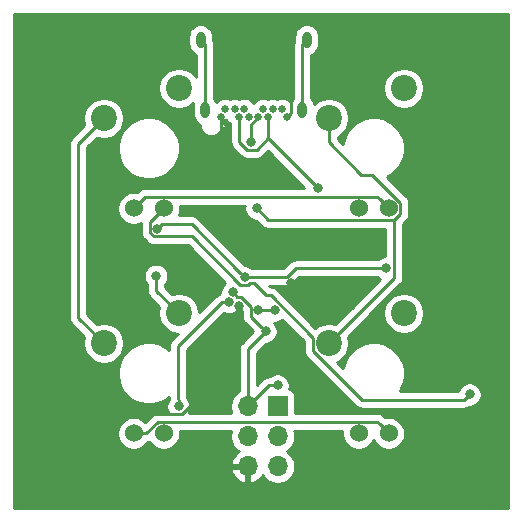
<source format=gbr>
G04 #@! TF.GenerationSoftware,KiCad,Pcbnew,5.1.5+dfsg1-2build2*
G04 #@! TF.CreationDate,2020-07-26T19:44:38+10:00*
G04 #@! TF.ProjectId,macr0,6d616372-302e-46b6-9963-61645f706362,rev?*
G04 #@! TF.SameCoordinates,Original*
G04 #@! TF.FileFunction,Copper,L1,Top*
G04 #@! TF.FilePolarity,Positive*
%FSLAX46Y46*%
G04 Gerber Fmt 4.6, Leading zero omitted, Abs format (unit mm)*
G04 Created by KiCad (PCBNEW 5.1.5+dfsg1-2build2) date 2020-07-26 19:44:38*
%MOMM*%
%LPD*%
G04 APERTURE LIST*
%ADD10O,0.800000X1.400000*%
%ADD11C,0.650000*%
%ADD12C,2.200000*%
%ADD13C,1.524000*%
%ADD14O,1.700000X1.700000*%
%ADD15R,1.700000X1.700000*%
%ADD16C,0.800000*%
%ADD17C,0.250000*%
%ADD18C,0.254000*%
G04 APERTURE END LIST*
D10*
X132268000Y-86422000D03*
X140528000Y-86422000D03*
X140888000Y-80472000D03*
X131908000Y-80472000D03*
D11*
X139198000Y-87022000D03*
X137598000Y-87022000D03*
X136798000Y-87022000D03*
X135998000Y-87022000D03*
X135198000Y-87022000D03*
X133598000Y-87022000D03*
X138798000Y-86322000D03*
X137998000Y-86322000D03*
X137198000Y-86322000D03*
X135598000Y-86322000D03*
X134798000Y-86322000D03*
X133998000Y-86322000D03*
D12*
X130048000Y-84582000D03*
X123698000Y-87122000D03*
D13*
X128778000Y-94742000D03*
X126238000Y-94742000D03*
D12*
X149098000Y-84582000D03*
X142748000Y-87122000D03*
D13*
X147828000Y-94742000D03*
X145288000Y-94742000D03*
X126238000Y-113792000D03*
X128778000Y-113792000D03*
D12*
X123698000Y-106172000D03*
X130048000Y-103632000D03*
D13*
X145288000Y-113792000D03*
X147828000Y-113792000D03*
D12*
X142748000Y-106172000D03*
X149098000Y-103632000D03*
D14*
X135890000Y-116586000D03*
X138430000Y-116586000D03*
X135890000Y-114046000D03*
X138430000Y-114046000D03*
X135890000Y-111506000D03*
D15*
X138430000Y-111506000D03*
D16*
X138938000Y-97282000D03*
X144653000Y-102997000D03*
X135128000Y-102997000D03*
X131953000Y-109347000D03*
X126873000Y-111887000D03*
X140208000Y-107442000D03*
X152273000Y-101727000D03*
X139573000Y-101092000D03*
X134493000Y-97917000D03*
X130048000Y-92202000D03*
X149733000Y-106172000D03*
X130048000Y-111506000D03*
X134282436Y-102688298D03*
X141814855Y-93042587D03*
X137414000Y-105156000D03*
X138430000Y-109728000D03*
X134620000Y-101854000D03*
X147574000Y-99822000D03*
X135636000Y-100584000D03*
X128243057Y-96493057D03*
X128143000Y-100457000D03*
X136144000Y-89154000D03*
X138176000Y-103378000D03*
X136790712Y-103378000D03*
X154686000Y-110490000D03*
X136652000Y-94742000D03*
D17*
X135128000Y-106172000D02*
X135128000Y-102997000D01*
X131953000Y-109347000D02*
X135128000Y-106172000D01*
X127117001Y-112131001D02*
X126873000Y-111887000D01*
X131953000Y-110526002D02*
X130348001Y-112131001D01*
X130348001Y-112131001D02*
X127117001Y-112131001D01*
X131953000Y-109347000D02*
X131953000Y-110526002D01*
X139198000Y-87022000D02*
X139573000Y-86647000D01*
X139573000Y-86647000D02*
X139573000Y-85217000D01*
X133598000Y-88652000D02*
X133598000Y-87022000D01*
X130048000Y-92202000D02*
X133598000Y-88652000D01*
X130048000Y-110940315D02*
X130048000Y-111506000D01*
X133716751Y-102688298D02*
X129997057Y-106407992D01*
X129997057Y-110889372D02*
X130048000Y-110940315D01*
X129997057Y-106407992D02*
X129997057Y-110889372D01*
X134282436Y-102688298D02*
X133716751Y-102688298D01*
X137598000Y-88825732D02*
X141814855Y-93042587D01*
X137598000Y-87022000D02*
X137598000Y-88825732D01*
X136644731Y-89779001D02*
X137598000Y-88825732D01*
X135843999Y-89779001D02*
X136644731Y-89779001D01*
X135198000Y-89133002D02*
X135843999Y-89779001D01*
X135198000Y-87022000D02*
X135198000Y-89133002D01*
X135890000Y-106680000D02*
X137414000Y-105156000D01*
X135890000Y-111506000D02*
X135890000Y-106680000D01*
X137668000Y-109728000D02*
X135890000Y-111506000D01*
X138430000Y-109728000D02*
X137668000Y-109728000D01*
X137014001Y-104756001D02*
X137414000Y-105156000D01*
X136165711Y-103907711D02*
X137014001Y-104756001D01*
X136165711Y-103077999D02*
X136165711Y-103907711D01*
X135341711Y-102253999D02*
X136165711Y-103077999D01*
X135019999Y-102253999D02*
X135341711Y-102253999D01*
X134620000Y-101854000D02*
X135019999Y-102253999D01*
X139954000Y-99822000D02*
X147574000Y-99822000D01*
X139192000Y-100584000D02*
X139954000Y-99822000D01*
X135636000Y-100584000D02*
X139192000Y-100584000D01*
X135236001Y-100184001D02*
X135636000Y-100584000D01*
X131145058Y-96093058D02*
X135236001Y-100184001D01*
X128643056Y-96093058D02*
X131145058Y-96093058D01*
X128243057Y-96493057D02*
X128643056Y-96093058D01*
X128143000Y-101727000D02*
X130048000Y-103632000D01*
X128143000Y-100457000D02*
X128143000Y-101727000D01*
X140528000Y-80832000D02*
X140888000Y-80472000D01*
X140528000Y-86422000D02*
X140528000Y-80832000D01*
X132268000Y-80832000D02*
X131908000Y-80472000D01*
X132268000Y-86422000D02*
X132268000Y-80832000D01*
X136144000Y-87676000D02*
X136798000Y-87022000D01*
X136144000Y-89154000D02*
X136144000Y-87676000D01*
X138176000Y-103378000D02*
X136790712Y-103378000D01*
X122598001Y-88221999D02*
X123698000Y-87122000D01*
X121548999Y-89271001D02*
X122598001Y-88221999D01*
X121548999Y-104022999D02*
X121548999Y-89271001D01*
X123698000Y-106172000D02*
X121548999Y-104022999D01*
X154238999Y-110937001D02*
X154686000Y-110490000D01*
X141422999Y-106808001D02*
X145551999Y-110937001D01*
X127943056Y-97118058D02*
X131154058Y-97118058D01*
X137831002Y-102108000D02*
X141422999Y-105699997D01*
X127618056Y-96793058D02*
X127943056Y-97118058D01*
X145551999Y-110937001D02*
X154238999Y-110937001D01*
X141422999Y-105699997D02*
X141422999Y-106808001D01*
X127618056Y-95901944D02*
X127618056Y-96793058D01*
X128778000Y-94742000D02*
X127618056Y-95901944D01*
X137831002Y-102108000D02*
X137414000Y-102108000D01*
X137414000Y-102108000D02*
X136398000Y-101092000D01*
X135245001Y-101209001D02*
X131154058Y-97118058D01*
X135936001Y-101209001D02*
X135245001Y-101209001D01*
X136053002Y-101092000D02*
X135936001Y-101209001D01*
X136398000Y-101092000D02*
X136053002Y-101092000D01*
X147066001Y-93980001D02*
X147828000Y-94742000D01*
X146840999Y-93754999D02*
X147066001Y-93980001D01*
X127225001Y-93754999D02*
X146840999Y-93754999D01*
X126238000Y-94742000D02*
X127225001Y-93754999D01*
X142748000Y-88677634D02*
X142748000Y-87122000D01*
X142748000Y-89145002D02*
X142748000Y-88677634D01*
X145489999Y-91887001D02*
X142748000Y-89145002D01*
X146433763Y-91887001D02*
X145489999Y-91887001D01*
X148815001Y-94268239D02*
X146433763Y-91887001D01*
X148815001Y-95215761D02*
X148815001Y-94268239D01*
X148301761Y-95729001D02*
X148815001Y-95215761D01*
X137639001Y-95729001D02*
X148301761Y-95729001D01*
X136652000Y-94742000D02*
X137639001Y-95729001D01*
X148301761Y-100618239D02*
X148301761Y-95729001D01*
X142748000Y-106172000D02*
X148301761Y-100618239D01*
X147066001Y-113030001D02*
X147828000Y-113792000D01*
X146840999Y-112804999D02*
X147066001Y-113030001D01*
X128302631Y-112804999D02*
X146840999Y-112804999D01*
X127315630Y-113792000D02*
X128302631Y-112804999D01*
X126238000Y-113792000D02*
X127315630Y-113792000D01*
D18*
G36*
X157963000Y-120117000D02*
G01*
X116103000Y-120117000D01*
X116103000Y-116942890D01*
X134448524Y-116942890D01*
X134493175Y-117090099D01*
X134618359Y-117352920D01*
X134792412Y-117586269D01*
X135008645Y-117781178D01*
X135258748Y-117930157D01*
X135533109Y-118027481D01*
X135763000Y-117906814D01*
X135763000Y-116713000D01*
X134569845Y-116713000D01*
X134448524Y-116942890D01*
X116103000Y-116942890D01*
X116103000Y-89271001D01*
X120785323Y-89271001D01*
X120789000Y-89308333D01*
X120788999Y-103985677D01*
X120785323Y-104022999D01*
X120788999Y-104060321D01*
X120788999Y-104060331D01*
X120799996Y-104171984D01*
X120837374Y-104295205D01*
X120843453Y-104315245D01*
X120914025Y-104447275D01*
X120927550Y-104463755D01*
X121008998Y-104563000D01*
X121038002Y-104586803D01*
X122055286Y-105604088D01*
X122029675Y-105665919D01*
X121963000Y-106001117D01*
X121963000Y-106342883D01*
X122029675Y-106678081D01*
X122160463Y-106993831D01*
X122350337Y-107277998D01*
X122592002Y-107519663D01*
X122876169Y-107709537D01*
X123191919Y-107840325D01*
X123527117Y-107907000D01*
X123868883Y-107907000D01*
X124204081Y-107840325D01*
X124519831Y-107709537D01*
X124803998Y-107519663D01*
X125045663Y-107277998D01*
X125235537Y-106993831D01*
X125366325Y-106678081D01*
X125433000Y-106342883D01*
X125433000Y-106001117D01*
X125366325Y-105665919D01*
X125235537Y-105350169D01*
X125045663Y-105066002D01*
X124803998Y-104824337D01*
X124519831Y-104634463D01*
X124204081Y-104503675D01*
X123868883Y-104437000D01*
X123527117Y-104437000D01*
X123191919Y-104503675D01*
X123130088Y-104529286D01*
X122308999Y-103708198D01*
X122308999Y-94604408D01*
X124841000Y-94604408D01*
X124841000Y-94879592D01*
X124894686Y-95149490D01*
X124999995Y-95403727D01*
X125152880Y-95632535D01*
X125347465Y-95827120D01*
X125576273Y-95980005D01*
X125830510Y-96085314D01*
X126100408Y-96139000D01*
X126375592Y-96139000D01*
X126645490Y-96085314D01*
X126858056Y-95997266D01*
X126858056Y-96755736D01*
X126854380Y-96793058D01*
X126858056Y-96830380D01*
X126858056Y-96830391D01*
X126869054Y-96942044D01*
X126877253Y-96969072D01*
X126912510Y-97085304D01*
X126983082Y-97217334D01*
X127048458Y-97296994D01*
X127078056Y-97333059D01*
X127107053Y-97356857D01*
X127379256Y-97629060D01*
X127403055Y-97658059D01*
X127518780Y-97753032D01*
X127650809Y-97823604D01*
X127794070Y-97867061D01*
X127905723Y-97878058D01*
X127905732Y-97878058D01*
X127943055Y-97881734D01*
X127980378Y-97878058D01*
X130839257Y-97878058D01*
X133990819Y-101029621D01*
X133960226Y-101050063D01*
X133816063Y-101194226D01*
X133702795Y-101363744D01*
X133624774Y-101552102D01*
X133585000Y-101752061D01*
X133585000Y-101922023D01*
X133567712Y-101939311D01*
X133424504Y-101982752D01*
X133292475Y-102053324D01*
X133176750Y-102148297D01*
X133152952Y-102177295D01*
X131783000Y-103547247D01*
X131783000Y-103461117D01*
X131716325Y-103125919D01*
X131585537Y-102810169D01*
X131395663Y-102526002D01*
X131153998Y-102284337D01*
X130869831Y-102094463D01*
X130554081Y-101963675D01*
X130218883Y-101897000D01*
X129877117Y-101897000D01*
X129541919Y-101963675D01*
X129480088Y-101989286D01*
X128903000Y-101412199D01*
X128903000Y-101160711D01*
X128946937Y-101116774D01*
X129060205Y-100947256D01*
X129138226Y-100758898D01*
X129178000Y-100558939D01*
X129178000Y-100355061D01*
X129138226Y-100155102D01*
X129060205Y-99966744D01*
X128946937Y-99797226D01*
X128802774Y-99653063D01*
X128633256Y-99539795D01*
X128444898Y-99461774D01*
X128244939Y-99422000D01*
X128041061Y-99422000D01*
X127841102Y-99461774D01*
X127652744Y-99539795D01*
X127483226Y-99653063D01*
X127339063Y-99797226D01*
X127225795Y-99966744D01*
X127147774Y-100155102D01*
X127108000Y-100355061D01*
X127108000Y-100558939D01*
X127147774Y-100758898D01*
X127225795Y-100947256D01*
X127339063Y-101116774D01*
X127383001Y-101160712D01*
X127383001Y-101689668D01*
X127379324Y-101727000D01*
X127383001Y-101764333D01*
X127393998Y-101875986D01*
X127405695Y-101914547D01*
X127437454Y-102019246D01*
X127508026Y-102151276D01*
X127579201Y-102238002D01*
X127603000Y-102267001D01*
X127631998Y-102290799D01*
X128405286Y-103064088D01*
X128379675Y-103125919D01*
X128313000Y-103461117D01*
X128313000Y-103802883D01*
X128379675Y-104138081D01*
X128510463Y-104453831D01*
X128700337Y-104737998D01*
X128942002Y-104979663D01*
X129226169Y-105169537D01*
X129541919Y-105300325D01*
X129877117Y-105367000D01*
X129963248Y-105367000D01*
X129486060Y-105844188D01*
X129457056Y-105867991D01*
X129414640Y-105919676D01*
X129362083Y-105983716D01*
X129341077Y-106023015D01*
X129291511Y-106115746D01*
X129248054Y-106259007D01*
X129237057Y-106370660D01*
X129237057Y-106370670D01*
X129233381Y-106407992D01*
X129237057Y-106445315D01*
X129237057Y-106714604D01*
X129187715Y-106665262D01*
X128756141Y-106376893D01*
X128276601Y-106178261D01*
X127767525Y-106077000D01*
X127248475Y-106077000D01*
X126739399Y-106178261D01*
X126259859Y-106376893D01*
X125828285Y-106665262D01*
X125461262Y-107032285D01*
X125172893Y-107463859D01*
X124974261Y-107943399D01*
X124873000Y-108452475D01*
X124873000Y-108971525D01*
X124974261Y-109480601D01*
X125172893Y-109960141D01*
X125461262Y-110391715D01*
X125828285Y-110758738D01*
X126259859Y-111047107D01*
X126739399Y-111245739D01*
X127248475Y-111347000D01*
X127767525Y-111347000D01*
X128276601Y-111245739D01*
X128756141Y-111047107D01*
X129187715Y-110758738D01*
X129237058Y-110709395D01*
X129237058Y-110852040D01*
X129236518Y-110857517D01*
X129130795Y-111015744D01*
X129052774Y-111204102D01*
X129013000Y-111404061D01*
X129013000Y-111607939D01*
X129052774Y-111807898D01*
X129130795Y-111996256D01*
X129163364Y-112044999D01*
X128339953Y-112044999D01*
X128302630Y-112041323D01*
X128265307Y-112044999D01*
X128265298Y-112044999D01*
X128153645Y-112055996D01*
X128010384Y-112099453D01*
X127878355Y-112170025D01*
X127762630Y-112264998D01*
X127738832Y-112293996D01*
X127227242Y-112805587D01*
X127128535Y-112706880D01*
X126899727Y-112553995D01*
X126645490Y-112448686D01*
X126375592Y-112395000D01*
X126100408Y-112395000D01*
X125830510Y-112448686D01*
X125576273Y-112553995D01*
X125347465Y-112706880D01*
X125152880Y-112901465D01*
X124999995Y-113130273D01*
X124894686Y-113384510D01*
X124841000Y-113654408D01*
X124841000Y-113929592D01*
X124894686Y-114199490D01*
X124999995Y-114453727D01*
X125152880Y-114682535D01*
X125347465Y-114877120D01*
X125576273Y-115030005D01*
X125830510Y-115135314D01*
X126100408Y-115189000D01*
X126375592Y-115189000D01*
X126645490Y-115135314D01*
X126899727Y-115030005D01*
X127128535Y-114877120D01*
X127323120Y-114682535D01*
X127414383Y-114545951D01*
X127464616Y-114541003D01*
X127575780Y-114507282D01*
X127692880Y-114682535D01*
X127887465Y-114877120D01*
X128116273Y-115030005D01*
X128370510Y-115135314D01*
X128640408Y-115189000D01*
X128915592Y-115189000D01*
X129185490Y-115135314D01*
X129439727Y-115030005D01*
X129668535Y-114877120D01*
X129863120Y-114682535D01*
X130016005Y-114453727D01*
X130121314Y-114199490D01*
X130175000Y-113929592D01*
X130175000Y-113654408D01*
X130157215Y-113564999D01*
X134481885Y-113564999D01*
X134462068Y-113612842D01*
X134405000Y-113899740D01*
X134405000Y-114192260D01*
X134462068Y-114479158D01*
X134574010Y-114749411D01*
X134736525Y-114992632D01*
X134943368Y-115199475D01*
X135125534Y-115321195D01*
X135008645Y-115390822D01*
X134792412Y-115585731D01*
X134618359Y-115819080D01*
X134493175Y-116081901D01*
X134448524Y-116229110D01*
X134569845Y-116459000D01*
X135763000Y-116459000D01*
X135763000Y-116439000D01*
X136017000Y-116439000D01*
X136017000Y-116459000D01*
X136037000Y-116459000D01*
X136037000Y-116713000D01*
X136017000Y-116713000D01*
X136017000Y-117906814D01*
X136246891Y-118027481D01*
X136521252Y-117930157D01*
X136771355Y-117781178D01*
X136987588Y-117586269D01*
X137158900Y-117356594D01*
X137276525Y-117532632D01*
X137483368Y-117739475D01*
X137726589Y-117901990D01*
X137996842Y-118013932D01*
X138283740Y-118071000D01*
X138576260Y-118071000D01*
X138863158Y-118013932D01*
X139133411Y-117901990D01*
X139376632Y-117739475D01*
X139583475Y-117532632D01*
X139745990Y-117289411D01*
X139857932Y-117019158D01*
X139915000Y-116732260D01*
X139915000Y-116439740D01*
X139857932Y-116152842D01*
X139745990Y-115882589D01*
X139583475Y-115639368D01*
X139376632Y-115432525D01*
X139202240Y-115316000D01*
X139376632Y-115199475D01*
X139583475Y-114992632D01*
X139745990Y-114749411D01*
X139857932Y-114479158D01*
X139915000Y-114192260D01*
X139915000Y-113899740D01*
X139857932Y-113612842D01*
X139838115Y-113564999D01*
X143908785Y-113564999D01*
X143891000Y-113654408D01*
X143891000Y-113929592D01*
X143944686Y-114199490D01*
X144049995Y-114453727D01*
X144202880Y-114682535D01*
X144397465Y-114877120D01*
X144626273Y-115030005D01*
X144880510Y-115135314D01*
X145150408Y-115189000D01*
X145425592Y-115189000D01*
X145695490Y-115135314D01*
X145949727Y-115030005D01*
X146178535Y-114877120D01*
X146373120Y-114682535D01*
X146526005Y-114453727D01*
X146558000Y-114376485D01*
X146589995Y-114453727D01*
X146742880Y-114682535D01*
X146937465Y-114877120D01*
X147166273Y-115030005D01*
X147420510Y-115135314D01*
X147690408Y-115189000D01*
X147965592Y-115189000D01*
X148235490Y-115135314D01*
X148489727Y-115030005D01*
X148718535Y-114877120D01*
X148913120Y-114682535D01*
X149066005Y-114453727D01*
X149171314Y-114199490D01*
X149225000Y-113929592D01*
X149225000Y-113654408D01*
X149171314Y-113384510D01*
X149066005Y-113130273D01*
X148913120Y-112901465D01*
X148718535Y-112706880D01*
X148489727Y-112553995D01*
X148235490Y-112448686D01*
X147965592Y-112395000D01*
X147690408Y-112395000D01*
X147536429Y-112425628D01*
X147404803Y-112294002D01*
X147381000Y-112264998D01*
X147265275Y-112170025D01*
X147133246Y-112099453D01*
X146989985Y-112055996D01*
X146878332Y-112044999D01*
X146878321Y-112044999D01*
X146840999Y-112041323D01*
X146803677Y-112044999D01*
X139918072Y-112044999D01*
X139918072Y-110656000D01*
X139905812Y-110531518D01*
X139869502Y-110411820D01*
X139810537Y-110301506D01*
X139731185Y-110204815D01*
X139634494Y-110125463D01*
X139524180Y-110066498D01*
X139422804Y-110035746D01*
X139425226Y-110029898D01*
X139465000Y-109829939D01*
X139465000Y-109626061D01*
X139425226Y-109426102D01*
X139347205Y-109237744D01*
X139233937Y-109068226D01*
X139089774Y-108924063D01*
X138920256Y-108810795D01*
X138731898Y-108732774D01*
X138531939Y-108693000D01*
X138328061Y-108693000D01*
X138128102Y-108732774D01*
X137939744Y-108810795D01*
X137770226Y-108924063D01*
X137726289Y-108968000D01*
X137705325Y-108968000D01*
X137668000Y-108964324D01*
X137630675Y-108968000D01*
X137630667Y-108968000D01*
X137519014Y-108978997D01*
X137375753Y-109022454D01*
X137243724Y-109093026D01*
X137127999Y-109187999D01*
X137104201Y-109216997D01*
X136650000Y-109671198D01*
X136650000Y-106994801D01*
X137453802Y-106191000D01*
X137515939Y-106191000D01*
X137715898Y-106151226D01*
X137904256Y-106073205D01*
X138073774Y-105959937D01*
X138217937Y-105815774D01*
X138331205Y-105646256D01*
X138409226Y-105457898D01*
X138449000Y-105257939D01*
X138449000Y-105054061D01*
X138409226Y-104854102D01*
X138331205Y-104665744D01*
X138217937Y-104496226D01*
X138134711Y-104413000D01*
X138277939Y-104413000D01*
X138477898Y-104373226D01*
X138666256Y-104295205D01*
X138832395Y-104184195D01*
X140662999Y-106014799D01*
X140663000Y-106770669D01*
X140659323Y-106808001D01*
X140673997Y-106956986D01*
X140717453Y-107100247D01*
X140788025Y-107232277D01*
X140859200Y-107319003D01*
X140882999Y-107348002D01*
X140911997Y-107371800D01*
X144988200Y-111448004D01*
X145011998Y-111477002D01*
X145127723Y-111571975D01*
X145259752Y-111642547D01*
X145403013Y-111686004D01*
X145514666Y-111697001D01*
X145514674Y-111697001D01*
X145551999Y-111700677D01*
X145589324Y-111697001D01*
X154201677Y-111697001D01*
X154238999Y-111700677D01*
X154276321Y-111697001D01*
X154276332Y-111697001D01*
X154387985Y-111686004D01*
X154531246Y-111642547D01*
X154663275Y-111571975D01*
X154720514Y-111525000D01*
X154787939Y-111525000D01*
X154987898Y-111485226D01*
X155176256Y-111407205D01*
X155345774Y-111293937D01*
X155489937Y-111149774D01*
X155603205Y-110980256D01*
X155681226Y-110791898D01*
X155721000Y-110591939D01*
X155721000Y-110388061D01*
X155681226Y-110188102D01*
X155603205Y-109999744D01*
X155489937Y-109830226D01*
X155345774Y-109686063D01*
X155176256Y-109572795D01*
X154987898Y-109494774D01*
X154787939Y-109455000D01*
X154584061Y-109455000D01*
X154384102Y-109494774D01*
X154195744Y-109572795D01*
X154026226Y-109686063D01*
X153882063Y-109830226D01*
X153768795Y-109999744D01*
X153695372Y-110177001D01*
X148748206Y-110177001D01*
X148893107Y-109960141D01*
X149091739Y-109480601D01*
X149193000Y-108971525D01*
X149193000Y-108452475D01*
X149091739Y-107943399D01*
X148893107Y-107463859D01*
X148604738Y-107032285D01*
X148237715Y-106665262D01*
X147806141Y-106376893D01*
X147326601Y-106178261D01*
X146817525Y-106077000D01*
X146298475Y-106077000D01*
X145789399Y-106178261D01*
X145309859Y-106376893D01*
X144878285Y-106665262D01*
X144511262Y-107032285D01*
X144222893Y-107463859D01*
X144024261Y-107943399D01*
X143959380Y-108269580D01*
X143449273Y-107759474D01*
X143569831Y-107709537D01*
X143853998Y-107519663D01*
X144095663Y-107277998D01*
X144285537Y-106993831D01*
X144416325Y-106678081D01*
X144483000Y-106342883D01*
X144483000Y-106001117D01*
X144416325Y-105665919D01*
X144390714Y-105604088D01*
X146533685Y-103461117D01*
X147363000Y-103461117D01*
X147363000Y-103802883D01*
X147429675Y-104138081D01*
X147560463Y-104453831D01*
X147750337Y-104737998D01*
X147992002Y-104979663D01*
X148276169Y-105169537D01*
X148591919Y-105300325D01*
X148927117Y-105367000D01*
X149268883Y-105367000D01*
X149604081Y-105300325D01*
X149919831Y-105169537D01*
X150203998Y-104979663D01*
X150445663Y-104737998D01*
X150635537Y-104453831D01*
X150766325Y-104138081D01*
X150833000Y-103802883D01*
X150833000Y-103461117D01*
X150766325Y-103125919D01*
X150635537Y-102810169D01*
X150445663Y-102526002D01*
X150203998Y-102284337D01*
X149919831Y-102094463D01*
X149604081Y-101963675D01*
X149268883Y-101897000D01*
X148927117Y-101897000D01*
X148591919Y-101963675D01*
X148276169Y-102094463D01*
X147992002Y-102284337D01*
X147750337Y-102526002D01*
X147560463Y-102810169D01*
X147429675Y-103125919D01*
X147363000Y-103461117D01*
X146533685Y-103461117D01*
X148812765Y-101182037D01*
X148841762Y-101158240D01*
X148885457Y-101104998D01*
X148936735Y-101042516D01*
X149007307Y-100910486D01*
X149013659Y-100889547D01*
X149050764Y-100767225D01*
X149061761Y-100655572D01*
X149061761Y-100655563D01*
X149065437Y-100618240D01*
X149061761Y-100580917D01*
X149061761Y-96043802D01*
X149326004Y-95779559D01*
X149355002Y-95755762D01*
X149426385Y-95668782D01*
X149449975Y-95640038D01*
X149520547Y-95508008D01*
X149535699Y-95458057D01*
X149564004Y-95364747D01*
X149575001Y-95253094D01*
X149575001Y-95253084D01*
X149578677Y-95215761D01*
X149575001Y-95178438D01*
X149575001Y-94305561D01*
X149578677Y-94268238D01*
X149575001Y-94230915D01*
X149575001Y-94230906D01*
X149564004Y-94119253D01*
X149520547Y-93975992D01*
X149500273Y-93938063D01*
X149449975Y-93843962D01*
X149378800Y-93757236D01*
X149355002Y-93728238D01*
X149326004Y-93704440D01*
X147673579Y-92052016D01*
X147806141Y-91997107D01*
X148237715Y-91708738D01*
X148604738Y-91341715D01*
X148893107Y-90910141D01*
X149091739Y-90430601D01*
X149193000Y-89921525D01*
X149193000Y-89402475D01*
X149091739Y-88893399D01*
X148893107Y-88413859D01*
X148604738Y-87982285D01*
X148237715Y-87615262D01*
X147806141Y-87326893D01*
X147326601Y-87128261D01*
X146817525Y-87027000D01*
X146298475Y-87027000D01*
X145789399Y-87128261D01*
X145309859Y-87326893D01*
X144878285Y-87615262D01*
X144511262Y-87982285D01*
X144222893Y-88413859D01*
X144024261Y-88893399D01*
X143949093Y-89271294D01*
X143508000Y-88830201D01*
X143508000Y-88685148D01*
X143569831Y-88659537D01*
X143853998Y-88469663D01*
X144095663Y-88227998D01*
X144285537Y-87943831D01*
X144416325Y-87628081D01*
X144483000Y-87292883D01*
X144483000Y-86951117D01*
X144416325Y-86615919D01*
X144285537Y-86300169D01*
X144095663Y-86016002D01*
X143853998Y-85774337D01*
X143569831Y-85584463D01*
X143254081Y-85453675D01*
X142918883Y-85387000D01*
X142577117Y-85387000D01*
X142241919Y-85453675D01*
X141926169Y-85584463D01*
X141642002Y-85774337D01*
X141536203Y-85880136D01*
X141488841Y-85724007D01*
X141392734Y-85544203D01*
X141288000Y-85416584D01*
X141288000Y-84411117D01*
X147363000Y-84411117D01*
X147363000Y-84752883D01*
X147429675Y-85088081D01*
X147560463Y-85403831D01*
X147750337Y-85687998D01*
X147992002Y-85929663D01*
X148276169Y-86119537D01*
X148591919Y-86250325D01*
X148927117Y-86317000D01*
X149268883Y-86317000D01*
X149604081Y-86250325D01*
X149919831Y-86119537D01*
X150203998Y-85929663D01*
X150445663Y-85687998D01*
X150635537Y-85403831D01*
X150766325Y-85088081D01*
X150833000Y-84752883D01*
X150833000Y-84411117D01*
X150766325Y-84075919D01*
X150635537Y-83760169D01*
X150445663Y-83476002D01*
X150203998Y-83234337D01*
X149919831Y-83044463D01*
X149604081Y-82913675D01*
X149268883Y-82847000D01*
X148927117Y-82847000D01*
X148591919Y-82913675D01*
X148276169Y-83044463D01*
X147992002Y-83234337D01*
X147750337Y-83476002D01*
X147560463Y-83760169D01*
X147429675Y-84075919D01*
X147363000Y-84411117D01*
X141288000Y-84411117D01*
X141288000Y-81731768D01*
X141465797Y-81636734D01*
X141623396Y-81507396D01*
X141752734Y-81349797D01*
X141848841Y-81169992D01*
X141908024Y-80974894D01*
X141923000Y-80822837D01*
X141923000Y-80121162D01*
X141908024Y-79969105D01*
X141848841Y-79774007D01*
X141752734Y-79594203D01*
X141623396Y-79436604D01*
X141465797Y-79307266D01*
X141285992Y-79211159D01*
X141090894Y-79151976D01*
X140888000Y-79131993D01*
X140685105Y-79151976D01*
X140490007Y-79211159D01*
X140310203Y-79307266D01*
X140152604Y-79436604D01*
X140023266Y-79594203D01*
X139927159Y-79774008D01*
X139867976Y-79969106D01*
X139853000Y-80121163D01*
X139853000Y-80482607D01*
X139822454Y-80539754D01*
X139778998Y-80683015D01*
X139764324Y-80832000D01*
X139768001Y-80869332D01*
X139768000Y-85416584D01*
X139663266Y-85544203D01*
X139567159Y-85724008D01*
X139562743Y-85738565D01*
X139543681Y-85710036D01*
X139409964Y-85576319D01*
X139252731Y-85471259D01*
X139078022Y-85398892D01*
X138892552Y-85362000D01*
X138703448Y-85362000D01*
X138517978Y-85398892D01*
X138398000Y-85448589D01*
X138278022Y-85398892D01*
X138092552Y-85362000D01*
X137903448Y-85362000D01*
X137717978Y-85398892D01*
X137598000Y-85448589D01*
X137478022Y-85398892D01*
X137292552Y-85362000D01*
X137103448Y-85362000D01*
X136917978Y-85398892D01*
X136743269Y-85471259D01*
X136586036Y-85576319D01*
X136452319Y-85710036D01*
X136398000Y-85791330D01*
X136343681Y-85710036D01*
X136209964Y-85576319D01*
X136052731Y-85471259D01*
X135878022Y-85398892D01*
X135692552Y-85362000D01*
X135503448Y-85362000D01*
X135317978Y-85398892D01*
X135198000Y-85448589D01*
X135078022Y-85398892D01*
X134892552Y-85362000D01*
X134703448Y-85362000D01*
X134517978Y-85398892D01*
X134398000Y-85448589D01*
X134278022Y-85398892D01*
X134092552Y-85362000D01*
X133903448Y-85362000D01*
X133717978Y-85398892D01*
X133543269Y-85471259D01*
X133386036Y-85576319D01*
X133252319Y-85710036D01*
X133233257Y-85738564D01*
X133228841Y-85724007D01*
X133132734Y-85544203D01*
X133028000Y-85416584D01*
X133028000Y-80869323D01*
X133031676Y-80832000D01*
X133028000Y-80794677D01*
X133028000Y-80794667D01*
X133017003Y-80683014D01*
X132973546Y-80539753D01*
X132943000Y-80482606D01*
X132943000Y-80121162D01*
X132928024Y-79969105D01*
X132868841Y-79774007D01*
X132772734Y-79594203D01*
X132643396Y-79436604D01*
X132485797Y-79307266D01*
X132305992Y-79211159D01*
X132110894Y-79151976D01*
X131908000Y-79131993D01*
X131705105Y-79151976D01*
X131510007Y-79211159D01*
X131330203Y-79307266D01*
X131172604Y-79436604D01*
X131043266Y-79594203D01*
X130947159Y-79774008D01*
X130887976Y-79969106D01*
X130873000Y-80121163D01*
X130873000Y-80822838D01*
X130887976Y-80974895D01*
X130947160Y-81169993D01*
X131043267Y-81349797D01*
X131172605Y-81507396D01*
X131330204Y-81636734D01*
X131508001Y-81731768D01*
X131508000Y-83644127D01*
X131395663Y-83476002D01*
X131153998Y-83234337D01*
X130869831Y-83044463D01*
X130554081Y-82913675D01*
X130218883Y-82847000D01*
X129877117Y-82847000D01*
X129541919Y-82913675D01*
X129226169Y-83044463D01*
X128942002Y-83234337D01*
X128700337Y-83476002D01*
X128510463Y-83760169D01*
X128379675Y-84075919D01*
X128313000Y-84411117D01*
X128313000Y-84752883D01*
X128379675Y-85088081D01*
X128510463Y-85403831D01*
X128700337Y-85687998D01*
X128942002Y-85929663D01*
X129226169Y-86119537D01*
X129541919Y-86250325D01*
X129877117Y-86317000D01*
X130218883Y-86317000D01*
X130554081Y-86250325D01*
X130869831Y-86119537D01*
X131153998Y-85929663D01*
X131284301Y-85799360D01*
X131247976Y-85919106D01*
X131233000Y-86071163D01*
X131233000Y-86772838D01*
X131247976Y-86924895D01*
X131307160Y-87119993D01*
X131403267Y-87299797D01*
X131532605Y-87457396D01*
X131690204Y-87586734D01*
X131838000Y-87665732D01*
X131838000Y-87766552D01*
X131874892Y-87952022D01*
X131947259Y-88126731D01*
X132052319Y-88283964D01*
X132186036Y-88417681D01*
X132343269Y-88522741D01*
X132517978Y-88595108D01*
X132703448Y-88632000D01*
X132892552Y-88632000D01*
X133078022Y-88595108D01*
X133252731Y-88522741D01*
X133409964Y-88417681D01*
X133543681Y-88283964D01*
X133648741Y-88126731D01*
X133710323Y-87978058D01*
X133873028Y-87946608D01*
X134048126Y-87875187D01*
X134057323Y-87870270D01*
X134070931Y-87674536D01*
X133673544Y-87277149D01*
X133648741Y-87217269D01*
X133647965Y-87216108D01*
X133717978Y-87245108D01*
X133903448Y-87282000D01*
X134037605Y-87282000D01*
X134250536Y-87494931D01*
X134354586Y-87487697D01*
X134438000Y-87612535D01*
X134438001Y-89095670D01*
X134434324Y-89133002D01*
X134448998Y-89281987D01*
X134492454Y-89425248D01*
X134563026Y-89557278D01*
X134634201Y-89644004D01*
X134658000Y-89673003D01*
X134686998Y-89696801D01*
X135280199Y-90290003D01*
X135303998Y-90319002D01*
X135332996Y-90342800D01*
X135419723Y-90413975D01*
X135551752Y-90484547D01*
X135695013Y-90528004D01*
X135843999Y-90542678D01*
X135881332Y-90539001D01*
X136607409Y-90539001D01*
X136644731Y-90542677D01*
X136682053Y-90539001D01*
X136682064Y-90539001D01*
X136793717Y-90528004D01*
X136936978Y-90484547D01*
X137069007Y-90413975D01*
X137184732Y-90319002D01*
X137208535Y-90289999D01*
X137598000Y-89900533D01*
X140692465Y-92994999D01*
X127262323Y-92994999D01*
X127225000Y-92991323D01*
X127187677Y-92994999D01*
X127187668Y-92994999D01*
X127076015Y-93005996D01*
X126932754Y-93049453D01*
X126800725Y-93120025D01*
X126685000Y-93214998D01*
X126661202Y-93243996D01*
X126529570Y-93375628D01*
X126375592Y-93345000D01*
X126100408Y-93345000D01*
X125830510Y-93398686D01*
X125576273Y-93503995D01*
X125347465Y-93656880D01*
X125152880Y-93851465D01*
X124999995Y-94080273D01*
X124894686Y-94334510D01*
X124841000Y-94604408D01*
X122308999Y-94604408D01*
X122308999Y-89585802D01*
X122492326Y-89402475D01*
X124873000Y-89402475D01*
X124873000Y-89921525D01*
X124974261Y-90430601D01*
X125172893Y-90910141D01*
X125461262Y-91341715D01*
X125828285Y-91708738D01*
X126259859Y-91997107D01*
X126739399Y-92195739D01*
X127248475Y-92297000D01*
X127767525Y-92297000D01*
X128276601Y-92195739D01*
X128756141Y-91997107D01*
X129187715Y-91708738D01*
X129554738Y-91341715D01*
X129843107Y-90910141D01*
X130041739Y-90430601D01*
X130143000Y-89921525D01*
X130143000Y-89402475D01*
X130041739Y-88893399D01*
X129843107Y-88413859D01*
X129554738Y-87982285D01*
X129187715Y-87615262D01*
X128756141Y-87326893D01*
X128276601Y-87128261D01*
X127767525Y-87027000D01*
X127248475Y-87027000D01*
X126739399Y-87128261D01*
X126259859Y-87326893D01*
X125828285Y-87615262D01*
X125461262Y-87982285D01*
X125172893Y-88413859D01*
X124974261Y-88893399D01*
X124873000Y-89402475D01*
X122492326Y-89402475D01*
X123130088Y-88764714D01*
X123191919Y-88790325D01*
X123527117Y-88857000D01*
X123868883Y-88857000D01*
X124204081Y-88790325D01*
X124519831Y-88659537D01*
X124803998Y-88469663D01*
X125045663Y-88227998D01*
X125235537Y-87943831D01*
X125366325Y-87628081D01*
X125433000Y-87292883D01*
X125433000Y-86951117D01*
X125366325Y-86615919D01*
X125235537Y-86300169D01*
X125045663Y-86016002D01*
X124803998Y-85774337D01*
X124519831Y-85584463D01*
X124204081Y-85453675D01*
X123868883Y-85387000D01*
X123527117Y-85387000D01*
X123191919Y-85453675D01*
X122876169Y-85584463D01*
X122592002Y-85774337D01*
X122350337Y-86016002D01*
X122160463Y-86300169D01*
X122029675Y-86615919D01*
X121963000Y-86951117D01*
X121963000Y-87292883D01*
X122029675Y-87628081D01*
X122055286Y-87689912D01*
X121037997Y-88707202D01*
X121008999Y-88731000D01*
X120985201Y-88759998D01*
X120985200Y-88759999D01*
X120914025Y-88846725D01*
X120843453Y-88978755D01*
X120821217Y-89052061D01*
X120801222Y-89117979D01*
X120799997Y-89122016D01*
X120785323Y-89271001D01*
X116103000Y-89271001D01*
X116103000Y-78257000D01*
X157963001Y-78257000D01*
X157963000Y-120117000D01*
G37*
X157963000Y-120117000D02*
X116103000Y-120117000D01*
X116103000Y-116942890D01*
X134448524Y-116942890D01*
X134493175Y-117090099D01*
X134618359Y-117352920D01*
X134792412Y-117586269D01*
X135008645Y-117781178D01*
X135258748Y-117930157D01*
X135533109Y-118027481D01*
X135763000Y-117906814D01*
X135763000Y-116713000D01*
X134569845Y-116713000D01*
X134448524Y-116942890D01*
X116103000Y-116942890D01*
X116103000Y-89271001D01*
X120785323Y-89271001D01*
X120789000Y-89308333D01*
X120788999Y-103985677D01*
X120785323Y-104022999D01*
X120788999Y-104060321D01*
X120788999Y-104060331D01*
X120799996Y-104171984D01*
X120837374Y-104295205D01*
X120843453Y-104315245D01*
X120914025Y-104447275D01*
X120927550Y-104463755D01*
X121008998Y-104563000D01*
X121038002Y-104586803D01*
X122055286Y-105604088D01*
X122029675Y-105665919D01*
X121963000Y-106001117D01*
X121963000Y-106342883D01*
X122029675Y-106678081D01*
X122160463Y-106993831D01*
X122350337Y-107277998D01*
X122592002Y-107519663D01*
X122876169Y-107709537D01*
X123191919Y-107840325D01*
X123527117Y-107907000D01*
X123868883Y-107907000D01*
X124204081Y-107840325D01*
X124519831Y-107709537D01*
X124803998Y-107519663D01*
X125045663Y-107277998D01*
X125235537Y-106993831D01*
X125366325Y-106678081D01*
X125433000Y-106342883D01*
X125433000Y-106001117D01*
X125366325Y-105665919D01*
X125235537Y-105350169D01*
X125045663Y-105066002D01*
X124803998Y-104824337D01*
X124519831Y-104634463D01*
X124204081Y-104503675D01*
X123868883Y-104437000D01*
X123527117Y-104437000D01*
X123191919Y-104503675D01*
X123130088Y-104529286D01*
X122308999Y-103708198D01*
X122308999Y-94604408D01*
X124841000Y-94604408D01*
X124841000Y-94879592D01*
X124894686Y-95149490D01*
X124999995Y-95403727D01*
X125152880Y-95632535D01*
X125347465Y-95827120D01*
X125576273Y-95980005D01*
X125830510Y-96085314D01*
X126100408Y-96139000D01*
X126375592Y-96139000D01*
X126645490Y-96085314D01*
X126858056Y-95997266D01*
X126858056Y-96755736D01*
X126854380Y-96793058D01*
X126858056Y-96830380D01*
X126858056Y-96830391D01*
X126869054Y-96942044D01*
X126877253Y-96969072D01*
X126912510Y-97085304D01*
X126983082Y-97217334D01*
X127048458Y-97296994D01*
X127078056Y-97333059D01*
X127107053Y-97356857D01*
X127379256Y-97629060D01*
X127403055Y-97658059D01*
X127518780Y-97753032D01*
X127650809Y-97823604D01*
X127794070Y-97867061D01*
X127905723Y-97878058D01*
X127905732Y-97878058D01*
X127943055Y-97881734D01*
X127980378Y-97878058D01*
X130839257Y-97878058D01*
X133990819Y-101029621D01*
X133960226Y-101050063D01*
X133816063Y-101194226D01*
X133702795Y-101363744D01*
X133624774Y-101552102D01*
X133585000Y-101752061D01*
X133585000Y-101922023D01*
X133567712Y-101939311D01*
X133424504Y-101982752D01*
X133292475Y-102053324D01*
X133176750Y-102148297D01*
X133152952Y-102177295D01*
X131783000Y-103547247D01*
X131783000Y-103461117D01*
X131716325Y-103125919D01*
X131585537Y-102810169D01*
X131395663Y-102526002D01*
X131153998Y-102284337D01*
X130869831Y-102094463D01*
X130554081Y-101963675D01*
X130218883Y-101897000D01*
X129877117Y-101897000D01*
X129541919Y-101963675D01*
X129480088Y-101989286D01*
X128903000Y-101412199D01*
X128903000Y-101160711D01*
X128946937Y-101116774D01*
X129060205Y-100947256D01*
X129138226Y-100758898D01*
X129178000Y-100558939D01*
X129178000Y-100355061D01*
X129138226Y-100155102D01*
X129060205Y-99966744D01*
X128946937Y-99797226D01*
X128802774Y-99653063D01*
X128633256Y-99539795D01*
X128444898Y-99461774D01*
X128244939Y-99422000D01*
X128041061Y-99422000D01*
X127841102Y-99461774D01*
X127652744Y-99539795D01*
X127483226Y-99653063D01*
X127339063Y-99797226D01*
X127225795Y-99966744D01*
X127147774Y-100155102D01*
X127108000Y-100355061D01*
X127108000Y-100558939D01*
X127147774Y-100758898D01*
X127225795Y-100947256D01*
X127339063Y-101116774D01*
X127383001Y-101160712D01*
X127383001Y-101689668D01*
X127379324Y-101727000D01*
X127383001Y-101764333D01*
X127393998Y-101875986D01*
X127405695Y-101914547D01*
X127437454Y-102019246D01*
X127508026Y-102151276D01*
X127579201Y-102238002D01*
X127603000Y-102267001D01*
X127631998Y-102290799D01*
X128405286Y-103064088D01*
X128379675Y-103125919D01*
X128313000Y-103461117D01*
X128313000Y-103802883D01*
X128379675Y-104138081D01*
X128510463Y-104453831D01*
X128700337Y-104737998D01*
X128942002Y-104979663D01*
X129226169Y-105169537D01*
X129541919Y-105300325D01*
X129877117Y-105367000D01*
X129963248Y-105367000D01*
X129486060Y-105844188D01*
X129457056Y-105867991D01*
X129414640Y-105919676D01*
X129362083Y-105983716D01*
X129341077Y-106023015D01*
X129291511Y-106115746D01*
X129248054Y-106259007D01*
X129237057Y-106370660D01*
X129237057Y-106370670D01*
X129233381Y-106407992D01*
X129237057Y-106445315D01*
X129237057Y-106714604D01*
X129187715Y-106665262D01*
X128756141Y-106376893D01*
X128276601Y-106178261D01*
X127767525Y-106077000D01*
X127248475Y-106077000D01*
X126739399Y-106178261D01*
X126259859Y-106376893D01*
X125828285Y-106665262D01*
X125461262Y-107032285D01*
X125172893Y-107463859D01*
X124974261Y-107943399D01*
X124873000Y-108452475D01*
X124873000Y-108971525D01*
X124974261Y-109480601D01*
X125172893Y-109960141D01*
X125461262Y-110391715D01*
X125828285Y-110758738D01*
X126259859Y-111047107D01*
X126739399Y-111245739D01*
X127248475Y-111347000D01*
X127767525Y-111347000D01*
X128276601Y-111245739D01*
X128756141Y-111047107D01*
X129187715Y-110758738D01*
X129237058Y-110709395D01*
X129237058Y-110852040D01*
X129236518Y-110857517D01*
X129130795Y-111015744D01*
X129052774Y-111204102D01*
X129013000Y-111404061D01*
X129013000Y-111607939D01*
X129052774Y-111807898D01*
X129130795Y-111996256D01*
X129163364Y-112044999D01*
X128339953Y-112044999D01*
X128302630Y-112041323D01*
X128265307Y-112044999D01*
X128265298Y-112044999D01*
X128153645Y-112055996D01*
X128010384Y-112099453D01*
X127878355Y-112170025D01*
X127762630Y-112264998D01*
X127738832Y-112293996D01*
X127227242Y-112805587D01*
X127128535Y-112706880D01*
X126899727Y-112553995D01*
X126645490Y-112448686D01*
X126375592Y-112395000D01*
X126100408Y-112395000D01*
X125830510Y-112448686D01*
X125576273Y-112553995D01*
X125347465Y-112706880D01*
X125152880Y-112901465D01*
X124999995Y-113130273D01*
X124894686Y-113384510D01*
X124841000Y-113654408D01*
X124841000Y-113929592D01*
X124894686Y-114199490D01*
X124999995Y-114453727D01*
X125152880Y-114682535D01*
X125347465Y-114877120D01*
X125576273Y-115030005D01*
X125830510Y-115135314D01*
X126100408Y-115189000D01*
X126375592Y-115189000D01*
X126645490Y-115135314D01*
X126899727Y-115030005D01*
X127128535Y-114877120D01*
X127323120Y-114682535D01*
X127414383Y-114545951D01*
X127464616Y-114541003D01*
X127575780Y-114507282D01*
X127692880Y-114682535D01*
X127887465Y-114877120D01*
X128116273Y-115030005D01*
X128370510Y-115135314D01*
X128640408Y-115189000D01*
X128915592Y-115189000D01*
X129185490Y-115135314D01*
X129439727Y-115030005D01*
X129668535Y-114877120D01*
X129863120Y-114682535D01*
X130016005Y-114453727D01*
X130121314Y-114199490D01*
X130175000Y-113929592D01*
X130175000Y-113654408D01*
X130157215Y-113564999D01*
X134481885Y-113564999D01*
X134462068Y-113612842D01*
X134405000Y-113899740D01*
X134405000Y-114192260D01*
X134462068Y-114479158D01*
X134574010Y-114749411D01*
X134736525Y-114992632D01*
X134943368Y-115199475D01*
X135125534Y-115321195D01*
X135008645Y-115390822D01*
X134792412Y-115585731D01*
X134618359Y-115819080D01*
X134493175Y-116081901D01*
X134448524Y-116229110D01*
X134569845Y-116459000D01*
X135763000Y-116459000D01*
X135763000Y-116439000D01*
X136017000Y-116439000D01*
X136017000Y-116459000D01*
X136037000Y-116459000D01*
X136037000Y-116713000D01*
X136017000Y-116713000D01*
X136017000Y-117906814D01*
X136246891Y-118027481D01*
X136521252Y-117930157D01*
X136771355Y-117781178D01*
X136987588Y-117586269D01*
X137158900Y-117356594D01*
X137276525Y-117532632D01*
X137483368Y-117739475D01*
X137726589Y-117901990D01*
X137996842Y-118013932D01*
X138283740Y-118071000D01*
X138576260Y-118071000D01*
X138863158Y-118013932D01*
X139133411Y-117901990D01*
X139376632Y-117739475D01*
X139583475Y-117532632D01*
X139745990Y-117289411D01*
X139857932Y-117019158D01*
X139915000Y-116732260D01*
X139915000Y-116439740D01*
X139857932Y-116152842D01*
X139745990Y-115882589D01*
X139583475Y-115639368D01*
X139376632Y-115432525D01*
X139202240Y-115316000D01*
X139376632Y-115199475D01*
X139583475Y-114992632D01*
X139745990Y-114749411D01*
X139857932Y-114479158D01*
X139915000Y-114192260D01*
X139915000Y-113899740D01*
X139857932Y-113612842D01*
X139838115Y-113564999D01*
X143908785Y-113564999D01*
X143891000Y-113654408D01*
X143891000Y-113929592D01*
X143944686Y-114199490D01*
X144049995Y-114453727D01*
X144202880Y-114682535D01*
X144397465Y-114877120D01*
X144626273Y-115030005D01*
X144880510Y-115135314D01*
X145150408Y-115189000D01*
X145425592Y-115189000D01*
X145695490Y-115135314D01*
X145949727Y-115030005D01*
X146178535Y-114877120D01*
X146373120Y-114682535D01*
X146526005Y-114453727D01*
X146558000Y-114376485D01*
X146589995Y-114453727D01*
X146742880Y-114682535D01*
X146937465Y-114877120D01*
X147166273Y-115030005D01*
X147420510Y-115135314D01*
X147690408Y-115189000D01*
X147965592Y-115189000D01*
X148235490Y-115135314D01*
X148489727Y-115030005D01*
X148718535Y-114877120D01*
X148913120Y-114682535D01*
X149066005Y-114453727D01*
X149171314Y-114199490D01*
X149225000Y-113929592D01*
X149225000Y-113654408D01*
X149171314Y-113384510D01*
X149066005Y-113130273D01*
X148913120Y-112901465D01*
X148718535Y-112706880D01*
X148489727Y-112553995D01*
X148235490Y-112448686D01*
X147965592Y-112395000D01*
X147690408Y-112395000D01*
X147536429Y-112425628D01*
X147404803Y-112294002D01*
X147381000Y-112264998D01*
X147265275Y-112170025D01*
X147133246Y-112099453D01*
X146989985Y-112055996D01*
X146878332Y-112044999D01*
X146878321Y-112044999D01*
X146840999Y-112041323D01*
X146803677Y-112044999D01*
X139918072Y-112044999D01*
X139918072Y-110656000D01*
X139905812Y-110531518D01*
X139869502Y-110411820D01*
X139810537Y-110301506D01*
X139731185Y-110204815D01*
X139634494Y-110125463D01*
X139524180Y-110066498D01*
X139422804Y-110035746D01*
X139425226Y-110029898D01*
X139465000Y-109829939D01*
X139465000Y-109626061D01*
X139425226Y-109426102D01*
X139347205Y-109237744D01*
X139233937Y-109068226D01*
X139089774Y-108924063D01*
X138920256Y-108810795D01*
X138731898Y-108732774D01*
X138531939Y-108693000D01*
X138328061Y-108693000D01*
X138128102Y-108732774D01*
X137939744Y-108810795D01*
X137770226Y-108924063D01*
X137726289Y-108968000D01*
X137705325Y-108968000D01*
X137668000Y-108964324D01*
X137630675Y-108968000D01*
X137630667Y-108968000D01*
X137519014Y-108978997D01*
X137375753Y-109022454D01*
X137243724Y-109093026D01*
X137127999Y-109187999D01*
X137104201Y-109216997D01*
X136650000Y-109671198D01*
X136650000Y-106994801D01*
X137453802Y-106191000D01*
X137515939Y-106191000D01*
X137715898Y-106151226D01*
X137904256Y-106073205D01*
X138073774Y-105959937D01*
X138217937Y-105815774D01*
X138331205Y-105646256D01*
X138409226Y-105457898D01*
X138449000Y-105257939D01*
X138449000Y-105054061D01*
X138409226Y-104854102D01*
X138331205Y-104665744D01*
X138217937Y-104496226D01*
X138134711Y-104413000D01*
X138277939Y-104413000D01*
X138477898Y-104373226D01*
X138666256Y-104295205D01*
X138832395Y-104184195D01*
X140662999Y-106014799D01*
X140663000Y-106770669D01*
X140659323Y-106808001D01*
X140673997Y-106956986D01*
X140717453Y-107100247D01*
X140788025Y-107232277D01*
X140859200Y-107319003D01*
X140882999Y-107348002D01*
X140911997Y-107371800D01*
X144988200Y-111448004D01*
X145011998Y-111477002D01*
X145127723Y-111571975D01*
X145259752Y-111642547D01*
X145403013Y-111686004D01*
X145514666Y-111697001D01*
X145514674Y-111697001D01*
X145551999Y-111700677D01*
X145589324Y-111697001D01*
X154201677Y-111697001D01*
X154238999Y-111700677D01*
X154276321Y-111697001D01*
X154276332Y-111697001D01*
X154387985Y-111686004D01*
X154531246Y-111642547D01*
X154663275Y-111571975D01*
X154720514Y-111525000D01*
X154787939Y-111525000D01*
X154987898Y-111485226D01*
X155176256Y-111407205D01*
X155345774Y-111293937D01*
X155489937Y-111149774D01*
X155603205Y-110980256D01*
X155681226Y-110791898D01*
X155721000Y-110591939D01*
X155721000Y-110388061D01*
X155681226Y-110188102D01*
X155603205Y-109999744D01*
X155489937Y-109830226D01*
X155345774Y-109686063D01*
X155176256Y-109572795D01*
X154987898Y-109494774D01*
X154787939Y-109455000D01*
X154584061Y-109455000D01*
X154384102Y-109494774D01*
X154195744Y-109572795D01*
X154026226Y-109686063D01*
X153882063Y-109830226D01*
X153768795Y-109999744D01*
X153695372Y-110177001D01*
X148748206Y-110177001D01*
X148893107Y-109960141D01*
X149091739Y-109480601D01*
X149193000Y-108971525D01*
X149193000Y-108452475D01*
X149091739Y-107943399D01*
X148893107Y-107463859D01*
X148604738Y-107032285D01*
X148237715Y-106665262D01*
X147806141Y-106376893D01*
X147326601Y-106178261D01*
X146817525Y-106077000D01*
X146298475Y-106077000D01*
X145789399Y-106178261D01*
X145309859Y-106376893D01*
X144878285Y-106665262D01*
X144511262Y-107032285D01*
X144222893Y-107463859D01*
X144024261Y-107943399D01*
X143959380Y-108269580D01*
X143449273Y-107759474D01*
X143569831Y-107709537D01*
X143853998Y-107519663D01*
X144095663Y-107277998D01*
X144285537Y-106993831D01*
X144416325Y-106678081D01*
X144483000Y-106342883D01*
X144483000Y-106001117D01*
X144416325Y-105665919D01*
X144390714Y-105604088D01*
X146533685Y-103461117D01*
X147363000Y-103461117D01*
X147363000Y-103802883D01*
X147429675Y-104138081D01*
X147560463Y-104453831D01*
X147750337Y-104737998D01*
X147992002Y-104979663D01*
X148276169Y-105169537D01*
X148591919Y-105300325D01*
X148927117Y-105367000D01*
X149268883Y-105367000D01*
X149604081Y-105300325D01*
X149919831Y-105169537D01*
X150203998Y-104979663D01*
X150445663Y-104737998D01*
X150635537Y-104453831D01*
X150766325Y-104138081D01*
X150833000Y-103802883D01*
X150833000Y-103461117D01*
X150766325Y-103125919D01*
X150635537Y-102810169D01*
X150445663Y-102526002D01*
X150203998Y-102284337D01*
X149919831Y-102094463D01*
X149604081Y-101963675D01*
X149268883Y-101897000D01*
X148927117Y-101897000D01*
X148591919Y-101963675D01*
X148276169Y-102094463D01*
X147992002Y-102284337D01*
X147750337Y-102526002D01*
X147560463Y-102810169D01*
X147429675Y-103125919D01*
X147363000Y-103461117D01*
X146533685Y-103461117D01*
X148812765Y-101182037D01*
X148841762Y-101158240D01*
X148885457Y-101104998D01*
X148936735Y-101042516D01*
X149007307Y-100910486D01*
X149013659Y-100889547D01*
X149050764Y-100767225D01*
X149061761Y-100655572D01*
X149061761Y-100655563D01*
X149065437Y-100618240D01*
X149061761Y-100580917D01*
X149061761Y-96043802D01*
X149326004Y-95779559D01*
X149355002Y-95755762D01*
X149426385Y-95668782D01*
X149449975Y-95640038D01*
X149520547Y-95508008D01*
X149535699Y-95458057D01*
X149564004Y-95364747D01*
X149575001Y-95253094D01*
X149575001Y-95253084D01*
X149578677Y-95215761D01*
X149575001Y-95178438D01*
X149575001Y-94305561D01*
X149578677Y-94268238D01*
X149575001Y-94230915D01*
X149575001Y-94230906D01*
X149564004Y-94119253D01*
X149520547Y-93975992D01*
X149500273Y-93938063D01*
X149449975Y-93843962D01*
X149378800Y-93757236D01*
X149355002Y-93728238D01*
X149326004Y-93704440D01*
X147673579Y-92052016D01*
X147806141Y-91997107D01*
X148237715Y-91708738D01*
X148604738Y-91341715D01*
X148893107Y-90910141D01*
X149091739Y-90430601D01*
X149193000Y-89921525D01*
X149193000Y-89402475D01*
X149091739Y-88893399D01*
X148893107Y-88413859D01*
X148604738Y-87982285D01*
X148237715Y-87615262D01*
X147806141Y-87326893D01*
X147326601Y-87128261D01*
X146817525Y-87027000D01*
X146298475Y-87027000D01*
X145789399Y-87128261D01*
X145309859Y-87326893D01*
X144878285Y-87615262D01*
X144511262Y-87982285D01*
X144222893Y-88413859D01*
X144024261Y-88893399D01*
X143949093Y-89271294D01*
X143508000Y-88830201D01*
X143508000Y-88685148D01*
X143569831Y-88659537D01*
X143853998Y-88469663D01*
X144095663Y-88227998D01*
X144285537Y-87943831D01*
X144416325Y-87628081D01*
X144483000Y-87292883D01*
X144483000Y-86951117D01*
X144416325Y-86615919D01*
X144285537Y-86300169D01*
X144095663Y-86016002D01*
X143853998Y-85774337D01*
X143569831Y-85584463D01*
X143254081Y-85453675D01*
X142918883Y-85387000D01*
X142577117Y-85387000D01*
X142241919Y-85453675D01*
X141926169Y-85584463D01*
X141642002Y-85774337D01*
X141536203Y-85880136D01*
X141488841Y-85724007D01*
X141392734Y-85544203D01*
X141288000Y-85416584D01*
X141288000Y-84411117D01*
X147363000Y-84411117D01*
X147363000Y-84752883D01*
X147429675Y-85088081D01*
X147560463Y-85403831D01*
X147750337Y-85687998D01*
X147992002Y-85929663D01*
X148276169Y-86119537D01*
X148591919Y-86250325D01*
X148927117Y-86317000D01*
X149268883Y-86317000D01*
X149604081Y-86250325D01*
X149919831Y-86119537D01*
X150203998Y-85929663D01*
X150445663Y-85687998D01*
X150635537Y-85403831D01*
X150766325Y-85088081D01*
X150833000Y-84752883D01*
X150833000Y-84411117D01*
X150766325Y-84075919D01*
X150635537Y-83760169D01*
X150445663Y-83476002D01*
X150203998Y-83234337D01*
X149919831Y-83044463D01*
X149604081Y-82913675D01*
X149268883Y-82847000D01*
X148927117Y-82847000D01*
X148591919Y-82913675D01*
X148276169Y-83044463D01*
X147992002Y-83234337D01*
X147750337Y-83476002D01*
X147560463Y-83760169D01*
X147429675Y-84075919D01*
X147363000Y-84411117D01*
X141288000Y-84411117D01*
X141288000Y-81731768D01*
X141465797Y-81636734D01*
X141623396Y-81507396D01*
X141752734Y-81349797D01*
X141848841Y-81169992D01*
X141908024Y-80974894D01*
X141923000Y-80822837D01*
X141923000Y-80121162D01*
X141908024Y-79969105D01*
X141848841Y-79774007D01*
X141752734Y-79594203D01*
X141623396Y-79436604D01*
X141465797Y-79307266D01*
X141285992Y-79211159D01*
X141090894Y-79151976D01*
X140888000Y-79131993D01*
X140685105Y-79151976D01*
X140490007Y-79211159D01*
X140310203Y-79307266D01*
X140152604Y-79436604D01*
X140023266Y-79594203D01*
X139927159Y-79774008D01*
X139867976Y-79969106D01*
X139853000Y-80121163D01*
X139853000Y-80482607D01*
X139822454Y-80539754D01*
X139778998Y-80683015D01*
X139764324Y-80832000D01*
X139768001Y-80869332D01*
X139768000Y-85416584D01*
X139663266Y-85544203D01*
X139567159Y-85724008D01*
X139562743Y-85738565D01*
X139543681Y-85710036D01*
X139409964Y-85576319D01*
X139252731Y-85471259D01*
X139078022Y-85398892D01*
X138892552Y-85362000D01*
X138703448Y-85362000D01*
X138517978Y-85398892D01*
X138398000Y-85448589D01*
X138278022Y-85398892D01*
X138092552Y-85362000D01*
X137903448Y-85362000D01*
X137717978Y-85398892D01*
X137598000Y-85448589D01*
X137478022Y-85398892D01*
X137292552Y-85362000D01*
X137103448Y-85362000D01*
X136917978Y-85398892D01*
X136743269Y-85471259D01*
X136586036Y-85576319D01*
X136452319Y-85710036D01*
X136398000Y-85791330D01*
X136343681Y-85710036D01*
X136209964Y-85576319D01*
X136052731Y-85471259D01*
X135878022Y-85398892D01*
X135692552Y-85362000D01*
X135503448Y-85362000D01*
X135317978Y-85398892D01*
X135198000Y-85448589D01*
X135078022Y-85398892D01*
X134892552Y-85362000D01*
X134703448Y-85362000D01*
X134517978Y-85398892D01*
X134398000Y-85448589D01*
X134278022Y-85398892D01*
X134092552Y-85362000D01*
X133903448Y-85362000D01*
X133717978Y-85398892D01*
X133543269Y-85471259D01*
X133386036Y-85576319D01*
X133252319Y-85710036D01*
X133233257Y-85738564D01*
X133228841Y-85724007D01*
X133132734Y-85544203D01*
X133028000Y-85416584D01*
X133028000Y-80869323D01*
X133031676Y-80832000D01*
X133028000Y-80794677D01*
X133028000Y-80794667D01*
X133017003Y-80683014D01*
X132973546Y-80539753D01*
X132943000Y-80482606D01*
X132943000Y-80121162D01*
X132928024Y-79969105D01*
X132868841Y-79774007D01*
X132772734Y-79594203D01*
X132643396Y-79436604D01*
X132485797Y-79307266D01*
X132305992Y-79211159D01*
X132110894Y-79151976D01*
X131908000Y-79131993D01*
X131705105Y-79151976D01*
X131510007Y-79211159D01*
X131330203Y-79307266D01*
X131172604Y-79436604D01*
X131043266Y-79594203D01*
X130947159Y-79774008D01*
X130887976Y-79969106D01*
X130873000Y-80121163D01*
X130873000Y-80822838D01*
X130887976Y-80974895D01*
X130947160Y-81169993D01*
X131043267Y-81349797D01*
X131172605Y-81507396D01*
X131330204Y-81636734D01*
X131508001Y-81731768D01*
X131508000Y-83644127D01*
X131395663Y-83476002D01*
X131153998Y-83234337D01*
X130869831Y-83044463D01*
X130554081Y-82913675D01*
X130218883Y-82847000D01*
X129877117Y-82847000D01*
X129541919Y-82913675D01*
X129226169Y-83044463D01*
X128942002Y-83234337D01*
X128700337Y-83476002D01*
X128510463Y-83760169D01*
X128379675Y-84075919D01*
X128313000Y-84411117D01*
X128313000Y-84752883D01*
X128379675Y-85088081D01*
X128510463Y-85403831D01*
X128700337Y-85687998D01*
X128942002Y-85929663D01*
X129226169Y-86119537D01*
X129541919Y-86250325D01*
X129877117Y-86317000D01*
X130218883Y-86317000D01*
X130554081Y-86250325D01*
X130869831Y-86119537D01*
X131153998Y-85929663D01*
X131284301Y-85799360D01*
X131247976Y-85919106D01*
X131233000Y-86071163D01*
X131233000Y-86772838D01*
X131247976Y-86924895D01*
X131307160Y-87119993D01*
X131403267Y-87299797D01*
X131532605Y-87457396D01*
X131690204Y-87586734D01*
X131838000Y-87665732D01*
X131838000Y-87766552D01*
X131874892Y-87952022D01*
X131947259Y-88126731D01*
X132052319Y-88283964D01*
X132186036Y-88417681D01*
X132343269Y-88522741D01*
X132517978Y-88595108D01*
X132703448Y-88632000D01*
X132892552Y-88632000D01*
X133078022Y-88595108D01*
X133252731Y-88522741D01*
X133409964Y-88417681D01*
X133543681Y-88283964D01*
X133648741Y-88126731D01*
X133710323Y-87978058D01*
X133873028Y-87946608D01*
X134048126Y-87875187D01*
X134057323Y-87870270D01*
X134070931Y-87674536D01*
X133673544Y-87277149D01*
X133648741Y-87217269D01*
X133647965Y-87216108D01*
X133717978Y-87245108D01*
X133903448Y-87282000D01*
X134037605Y-87282000D01*
X134250536Y-87494931D01*
X134354586Y-87487697D01*
X134438000Y-87612535D01*
X134438001Y-89095670D01*
X134434324Y-89133002D01*
X134448998Y-89281987D01*
X134492454Y-89425248D01*
X134563026Y-89557278D01*
X134634201Y-89644004D01*
X134658000Y-89673003D01*
X134686998Y-89696801D01*
X135280199Y-90290003D01*
X135303998Y-90319002D01*
X135332996Y-90342800D01*
X135419723Y-90413975D01*
X135551752Y-90484547D01*
X135695013Y-90528004D01*
X135843999Y-90542678D01*
X135881332Y-90539001D01*
X136607409Y-90539001D01*
X136644731Y-90542677D01*
X136682053Y-90539001D01*
X136682064Y-90539001D01*
X136793717Y-90528004D01*
X136936978Y-90484547D01*
X137069007Y-90413975D01*
X137184732Y-90319002D01*
X137208535Y-90289999D01*
X137598000Y-89900533D01*
X140692465Y-92994999D01*
X127262323Y-92994999D01*
X127225000Y-92991323D01*
X127187677Y-92994999D01*
X127187668Y-92994999D01*
X127076015Y-93005996D01*
X126932754Y-93049453D01*
X126800725Y-93120025D01*
X126685000Y-93214998D01*
X126661202Y-93243996D01*
X126529570Y-93375628D01*
X126375592Y-93345000D01*
X126100408Y-93345000D01*
X125830510Y-93398686D01*
X125576273Y-93503995D01*
X125347465Y-93656880D01*
X125152880Y-93851465D01*
X124999995Y-94080273D01*
X124894686Y-94334510D01*
X124841000Y-94604408D01*
X122308999Y-94604408D01*
X122308999Y-89585802D01*
X122492326Y-89402475D01*
X124873000Y-89402475D01*
X124873000Y-89921525D01*
X124974261Y-90430601D01*
X125172893Y-90910141D01*
X125461262Y-91341715D01*
X125828285Y-91708738D01*
X126259859Y-91997107D01*
X126739399Y-92195739D01*
X127248475Y-92297000D01*
X127767525Y-92297000D01*
X128276601Y-92195739D01*
X128756141Y-91997107D01*
X129187715Y-91708738D01*
X129554738Y-91341715D01*
X129843107Y-90910141D01*
X130041739Y-90430601D01*
X130143000Y-89921525D01*
X130143000Y-89402475D01*
X130041739Y-88893399D01*
X129843107Y-88413859D01*
X129554738Y-87982285D01*
X129187715Y-87615262D01*
X128756141Y-87326893D01*
X128276601Y-87128261D01*
X127767525Y-87027000D01*
X127248475Y-87027000D01*
X126739399Y-87128261D01*
X126259859Y-87326893D01*
X125828285Y-87615262D01*
X125461262Y-87982285D01*
X125172893Y-88413859D01*
X124974261Y-88893399D01*
X124873000Y-89402475D01*
X122492326Y-89402475D01*
X123130088Y-88764714D01*
X123191919Y-88790325D01*
X123527117Y-88857000D01*
X123868883Y-88857000D01*
X124204081Y-88790325D01*
X124519831Y-88659537D01*
X124803998Y-88469663D01*
X125045663Y-88227998D01*
X125235537Y-87943831D01*
X125366325Y-87628081D01*
X125433000Y-87292883D01*
X125433000Y-86951117D01*
X125366325Y-86615919D01*
X125235537Y-86300169D01*
X125045663Y-86016002D01*
X124803998Y-85774337D01*
X124519831Y-85584463D01*
X124204081Y-85453675D01*
X123868883Y-85387000D01*
X123527117Y-85387000D01*
X123191919Y-85453675D01*
X122876169Y-85584463D01*
X122592002Y-85774337D01*
X122350337Y-86016002D01*
X122160463Y-86300169D01*
X122029675Y-86615919D01*
X121963000Y-86951117D01*
X121963000Y-87292883D01*
X122029675Y-87628081D01*
X122055286Y-87689912D01*
X121037997Y-88707202D01*
X121008999Y-88731000D01*
X120985201Y-88759998D01*
X120985200Y-88759999D01*
X120914025Y-88846725D01*
X120843453Y-88978755D01*
X120821217Y-89052061D01*
X120801222Y-89117979D01*
X120799997Y-89122016D01*
X120785323Y-89271001D01*
X116103000Y-89271001D01*
X116103000Y-78257000D01*
X157963001Y-78257000D01*
X157963000Y-120117000D01*
G36*
X135405711Y-103392801D02*
G01*
X135405711Y-103870389D01*
X135402035Y-103907711D01*
X135405711Y-103945033D01*
X135405711Y-103945044D01*
X135416709Y-104056697D01*
X135429891Y-104100153D01*
X135460165Y-104199957D01*
X135530737Y-104331987D01*
X135601912Y-104418713D01*
X135625711Y-104447712D01*
X135654709Y-104471510D01*
X136339198Y-105156000D01*
X135378998Y-106116201D01*
X135350000Y-106139999D01*
X135326202Y-106168997D01*
X135326201Y-106168998D01*
X135255026Y-106255724D01*
X135184454Y-106387754D01*
X135140998Y-106531015D01*
X135126324Y-106680000D01*
X135130001Y-106717332D01*
X135130000Y-110227821D01*
X134943368Y-110352525D01*
X134736525Y-110559368D01*
X134574010Y-110802589D01*
X134462068Y-111072842D01*
X134405000Y-111359740D01*
X134405000Y-111652260D01*
X134462068Y-111939158D01*
X134505909Y-112044999D01*
X130932636Y-112044999D01*
X130965205Y-111996256D01*
X131043226Y-111807898D01*
X131083000Y-111607939D01*
X131083000Y-111404061D01*
X131043226Y-111204102D01*
X130965205Y-111015744D01*
X130851937Y-110846226D01*
X130796987Y-110791276D01*
X130757057Y-110659642D01*
X130757057Y-106722793D01*
X133850281Y-103629570D01*
X133980538Y-103683524D01*
X134180497Y-103723298D01*
X134384375Y-103723298D01*
X134584334Y-103683524D01*
X134772692Y-103605503D01*
X134942210Y-103492235D01*
X135086373Y-103348072D01*
X135196366Y-103183455D01*
X135405711Y-103392801D01*
G37*
X135405711Y-103392801D02*
X135405711Y-103870389D01*
X135402035Y-103907711D01*
X135405711Y-103945033D01*
X135405711Y-103945044D01*
X135416709Y-104056697D01*
X135429891Y-104100153D01*
X135460165Y-104199957D01*
X135530737Y-104331987D01*
X135601912Y-104418713D01*
X135625711Y-104447712D01*
X135654709Y-104471510D01*
X136339198Y-105156000D01*
X135378998Y-106116201D01*
X135350000Y-106139999D01*
X135326202Y-106168997D01*
X135326201Y-106168998D01*
X135255026Y-106255724D01*
X135184454Y-106387754D01*
X135140998Y-106531015D01*
X135126324Y-106680000D01*
X135130001Y-106717332D01*
X135130000Y-110227821D01*
X134943368Y-110352525D01*
X134736525Y-110559368D01*
X134574010Y-110802589D01*
X134462068Y-111072842D01*
X134405000Y-111359740D01*
X134405000Y-111652260D01*
X134462068Y-111939158D01*
X134505909Y-112044999D01*
X130932636Y-112044999D01*
X130965205Y-111996256D01*
X131043226Y-111807898D01*
X131083000Y-111607939D01*
X131083000Y-111404061D01*
X131043226Y-111204102D01*
X130965205Y-111015744D01*
X130851937Y-110846226D01*
X130796987Y-110791276D01*
X130757057Y-110659642D01*
X130757057Y-106722793D01*
X133850281Y-103629570D01*
X133980538Y-103683524D01*
X134180497Y-103723298D01*
X134384375Y-103723298D01*
X134584334Y-103683524D01*
X134772692Y-103605503D01*
X134942210Y-103492235D01*
X135086373Y-103348072D01*
X135196366Y-103183455D01*
X135405711Y-103392801D01*
G36*
X146914226Y-100625937D02*
G01*
X147083744Y-100739205D01*
X147099476Y-100745722D01*
X143315912Y-104529286D01*
X143254081Y-104503675D01*
X142918883Y-104437000D01*
X142577117Y-104437000D01*
X142241919Y-104503675D01*
X141926169Y-104634463D01*
X141642002Y-104824337D01*
X141632071Y-104834268D01*
X138394806Y-101597003D01*
X138371003Y-101567999D01*
X138255278Y-101473026D01*
X138123249Y-101402454D01*
X137979988Y-101358997D01*
X137868335Y-101348000D01*
X137868324Y-101348000D01*
X137831002Y-101344324D01*
X137793680Y-101348000D01*
X137728802Y-101348000D01*
X137724802Y-101344000D01*
X139154678Y-101344000D01*
X139192000Y-101347676D01*
X139229322Y-101344000D01*
X139229333Y-101344000D01*
X139340986Y-101333003D01*
X139484247Y-101289546D01*
X139616276Y-101218974D01*
X139732001Y-101124001D01*
X139755803Y-101094998D01*
X140268802Y-100582000D01*
X146870289Y-100582000D01*
X146914226Y-100625937D01*
G37*
X146914226Y-100625937D02*
X147083744Y-100739205D01*
X147099476Y-100745722D01*
X143315912Y-104529286D01*
X143254081Y-104503675D01*
X142918883Y-104437000D01*
X142577117Y-104437000D01*
X142241919Y-104503675D01*
X141926169Y-104634463D01*
X141642002Y-104824337D01*
X141632071Y-104834268D01*
X138394806Y-101597003D01*
X138371003Y-101567999D01*
X138255278Y-101473026D01*
X138123249Y-101402454D01*
X137979988Y-101358997D01*
X137868335Y-101348000D01*
X137868324Y-101348000D01*
X137831002Y-101344324D01*
X137793680Y-101348000D01*
X137728802Y-101348000D01*
X137724802Y-101344000D01*
X139154678Y-101344000D01*
X139192000Y-101347676D01*
X139229322Y-101344000D01*
X139229333Y-101344000D01*
X139340986Y-101333003D01*
X139484247Y-101289546D01*
X139616276Y-101218974D01*
X139732001Y-101124001D01*
X139755803Y-101094998D01*
X140268802Y-100582000D01*
X146870289Y-100582000D01*
X146914226Y-100625937D01*
G36*
X135617000Y-94640061D02*
G01*
X135617000Y-94843939D01*
X135656774Y-95043898D01*
X135734795Y-95232256D01*
X135848063Y-95401774D01*
X135992226Y-95545937D01*
X136161744Y-95659205D01*
X136350102Y-95737226D01*
X136550061Y-95777000D01*
X136612198Y-95777000D01*
X137075202Y-96240004D01*
X137099000Y-96269002D01*
X137214725Y-96363975D01*
X137346754Y-96434547D01*
X137490015Y-96478004D01*
X137601668Y-96489001D01*
X137601677Y-96489001D01*
X137639000Y-96492677D01*
X137676323Y-96489001D01*
X147541762Y-96489001D01*
X147541761Y-98787000D01*
X147472061Y-98787000D01*
X147272102Y-98826774D01*
X147083744Y-98904795D01*
X146914226Y-99018063D01*
X146870289Y-99062000D01*
X139991325Y-99062000D01*
X139954000Y-99058324D01*
X139916675Y-99062000D01*
X139916667Y-99062000D01*
X139805014Y-99072997D01*
X139661753Y-99116454D01*
X139529724Y-99187026D01*
X139413999Y-99281999D01*
X139390201Y-99310998D01*
X138877199Y-99824000D01*
X136339711Y-99824000D01*
X136295774Y-99780063D01*
X136126256Y-99666795D01*
X135937898Y-99588774D01*
X135737939Y-99549000D01*
X135675802Y-99549000D01*
X131708862Y-95582061D01*
X131685059Y-95553057D01*
X131569334Y-95458084D01*
X131437305Y-95387512D01*
X131294044Y-95344055D01*
X131182391Y-95333058D01*
X131182380Y-95333058D01*
X131145058Y-95329382D01*
X131107736Y-95333058D01*
X130045277Y-95333058D01*
X130121314Y-95149490D01*
X130175000Y-94879592D01*
X130175000Y-94604408D01*
X130157215Y-94514999D01*
X135641876Y-94514999D01*
X135617000Y-94640061D01*
G37*
X135617000Y-94640061D02*
X135617000Y-94843939D01*
X135656774Y-95043898D01*
X135734795Y-95232256D01*
X135848063Y-95401774D01*
X135992226Y-95545937D01*
X136161744Y-95659205D01*
X136350102Y-95737226D01*
X136550061Y-95777000D01*
X136612198Y-95777000D01*
X137075202Y-96240004D01*
X137099000Y-96269002D01*
X137214725Y-96363975D01*
X137346754Y-96434547D01*
X137490015Y-96478004D01*
X137601668Y-96489001D01*
X137601677Y-96489001D01*
X137639000Y-96492677D01*
X137676323Y-96489001D01*
X147541762Y-96489001D01*
X147541761Y-98787000D01*
X147472061Y-98787000D01*
X147272102Y-98826774D01*
X147083744Y-98904795D01*
X146914226Y-99018063D01*
X146870289Y-99062000D01*
X139991325Y-99062000D01*
X139954000Y-99058324D01*
X139916675Y-99062000D01*
X139916667Y-99062000D01*
X139805014Y-99072997D01*
X139661753Y-99116454D01*
X139529724Y-99187026D01*
X139413999Y-99281999D01*
X139390201Y-99310998D01*
X138877199Y-99824000D01*
X136339711Y-99824000D01*
X136295774Y-99780063D01*
X136126256Y-99666795D01*
X135937898Y-99588774D01*
X135737939Y-99549000D01*
X135675802Y-99549000D01*
X131708862Y-95582061D01*
X131685059Y-95553057D01*
X131569334Y-95458084D01*
X131437305Y-95387512D01*
X131294044Y-95344055D01*
X131182391Y-95333058D01*
X131182380Y-95333058D01*
X131145058Y-95329382D01*
X131107736Y-95333058D01*
X130045277Y-95333058D01*
X130121314Y-95149490D01*
X130175000Y-94879592D01*
X130175000Y-94604408D01*
X130157215Y-94514999D01*
X135641876Y-94514999D01*
X135617000Y-94640061D01*
M02*

</source>
